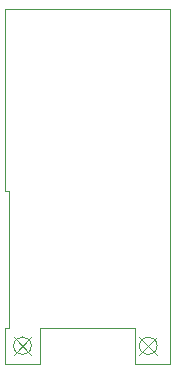
<source format=gm1>
G04 #@! TF.GenerationSoftware,KiCad,Pcbnew,(6.0.4-0)*
G04 #@! TF.CreationDate,2022-05-04T20:04:52-04:00*
G04 #@! TF.ProjectId,pico_ducky_pcb,7069636f-5f64-4756-936b-795f7063622e,rev?*
G04 #@! TF.SameCoordinates,Original*
G04 #@! TF.FileFunction,Profile,NP*
%FSLAX46Y46*%
G04 Gerber Fmt 4.6, Leading zero omitted, Abs format (unit mm)*
G04 Created by KiCad (PCBNEW (6.0.4-0)) date 2022-05-04 20:04:52*
%MOMM*%
%LPD*%
G01*
G04 APERTURE LIST*
G04 #@! TA.AperFunction,Profile*
%ADD10C,0.100000*%
G04 #@! TD*
G04 APERTURE END LIST*
D10*
X80400000Y-55400000D02*
X80000000Y-55400000D01*
X80400000Y-67000000D02*
X80400000Y-55400000D01*
X80000000Y-67000000D02*
X80400000Y-67000000D01*
X80000000Y-55400000D02*
X80000000Y-40000000D01*
X80000000Y-70000000D02*
X80000000Y-67000000D01*
X80000000Y-70000000D02*
X81500000Y-70000000D01*
X91000000Y-67000000D02*
X91000000Y-70000000D01*
X81500000Y-70000000D02*
X83000000Y-70000000D01*
X83000000Y-67000000D02*
X91000000Y-67000000D01*
X91000000Y-70000000D02*
X94000000Y-70000000D01*
X94000000Y-40000000D02*
X80000000Y-40000000D01*
X83000000Y-70000000D02*
X83000000Y-67000000D01*
X94000000Y-70000000D02*
X94000000Y-40000000D01*
X82250000Y-68500000D02*
G75*
G03*
X82250000Y-68500000I-750000J0D01*
G01*
X80750000Y-67750000D02*
X82250000Y-69250000D01*
X80750000Y-69250000D02*
X82250000Y-67750000D01*
X92900000Y-68500000D02*
G75*
G03*
X92900000Y-68500000I-750000J0D01*
G01*
X91400000Y-67750000D02*
X92900000Y-69250000D01*
X91400000Y-69250000D02*
X92900000Y-67750000D01*
M02*

</source>
